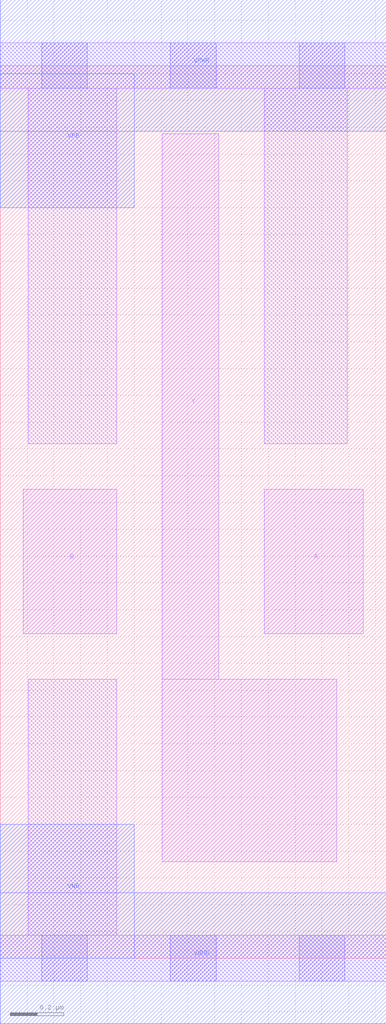
<source format=lef>
# Copyright 2020 The SkyWater PDK Authors
#
# Licensed under the Apache License, Version 2.0 (the "License");
# you may not use this file except in compliance with the License.
# You may obtain a copy of the License at
#
#     https://www.apache.org/licenses/LICENSE-2.0
#
# Unless required by applicable law or agreed to in writing, software
# distributed under the License is distributed on an "AS IS" BASIS,
# WITHOUT WARRANTIES OR CONDITIONS OF ANY KIND, either express or implied.
# See the License for the specific language governing permissions and
# limitations under the License.
#
# SPDX-License-Identifier: Apache-2.0

VERSION 5.5 ;
NAMESCASESENSITIVE ON ;
BUSBITCHARS "[]" ;
DIVIDERCHAR "/" ;
MACRO sky130_fd_sc_lp__nand2_1
  CLASS CORE ;
  SOURCE USER ;
  ORIGIN  0.000000  0.000000 ;
  SIZE  1.440000 BY  3.330000 ;
  SYMMETRY X Y R90 ;
  SITE unit ;
  PIN A
    ANTENNAGATEAREA  0.315000 ;
    DIRECTION INPUT ;
    USE SIGNAL ;
    PORT
      LAYER li1 ;
        RECT 0.985000 1.210000 1.355000 1.750000 ;
    END
  END A
  PIN B
    ANTENNAGATEAREA  0.315000 ;
    DIRECTION INPUT ;
    USE SIGNAL ;
    PORT
      LAYER li1 ;
        RECT 0.085000 1.210000 0.435000 1.750000 ;
    END
  END B
  PIN Y
    ANTENNADIFFAREA  0.575400 ;
    DIRECTION OUTPUT ;
    USE SIGNAL ;
    PORT
      LAYER li1 ;
        RECT 0.605000 0.360000 1.255000 1.040000 ;
        RECT 0.605000 1.040000 0.815000 3.075000 ;
    END
  END Y
  PIN VGND
    DIRECTION INOUT ;
    USE GROUND ;
    PORT
      LAYER met1 ;
        RECT 0.000000 -0.245000 1.440000 0.245000 ;
    END
  END VGND
  PIN VNB
    DIRECTION INOUT ;
    USE GROUND ;
    PORT
    END
  END VNB
  PIN VPB
    DIRECTION INOUT ;
    USE POWER ;
    PORT
    END
  END VPB
  PIN VNB
    DIRECTION INOUT ;
    USE GROUND ;
    PORT
      LAYER met1 ;
        RECT 0.000000 0.000000 0.500000 0.500000 ;
    END
  END VNB
  PIN VPB
    DIRECTION INOUT ;
    USE POWER ;
    PORT
      LAYER met1 ;
        RECT 0.000000 2.800000 0.500000 3.300000 ;
    END
  END VPB
  PIN VPWR
    DIRECTION INOUT ;
    USE POWER ;
    PORT
      LAYER met1 ;
        RECT 0.000000 3.085000 1.440000 3.575000 ;
    END
  END VPWR
  OBS
    LAYER li1 ;
      RECT 0.000000 -0.085000 1.440000 0.085000 ;
      RECT 0.000000  3.245000 1.440000 3.415000 ;
      RECT 0.105000  0.085000 0.435000 1.040000 ;
      RECT 0.105000  1.920000 0.435000 3.245000 ;
      RECT 0.985000  1.920000 1.295000 3.245000 ;
    LAYER mcon ;
      RECT 0.155000 -0.085000 0.325000 0.085000 ;
      RECT 0.155000  3.245000 0.325000 3.415000 ;
      RECT 0.635000 -0.085000 0.805000 0.085000 ;
      RECT 0.635000  3.245000 0.805000 3.415000 ;
      RECT 1.115000 -0.085000 1.285000 0.085000 ;
      RECT 1.115000  3.245000 1.285000 3.415000 ;
  END
END sky130_fd_sc_lp__nand2_1
END LIBRARY

</source>
